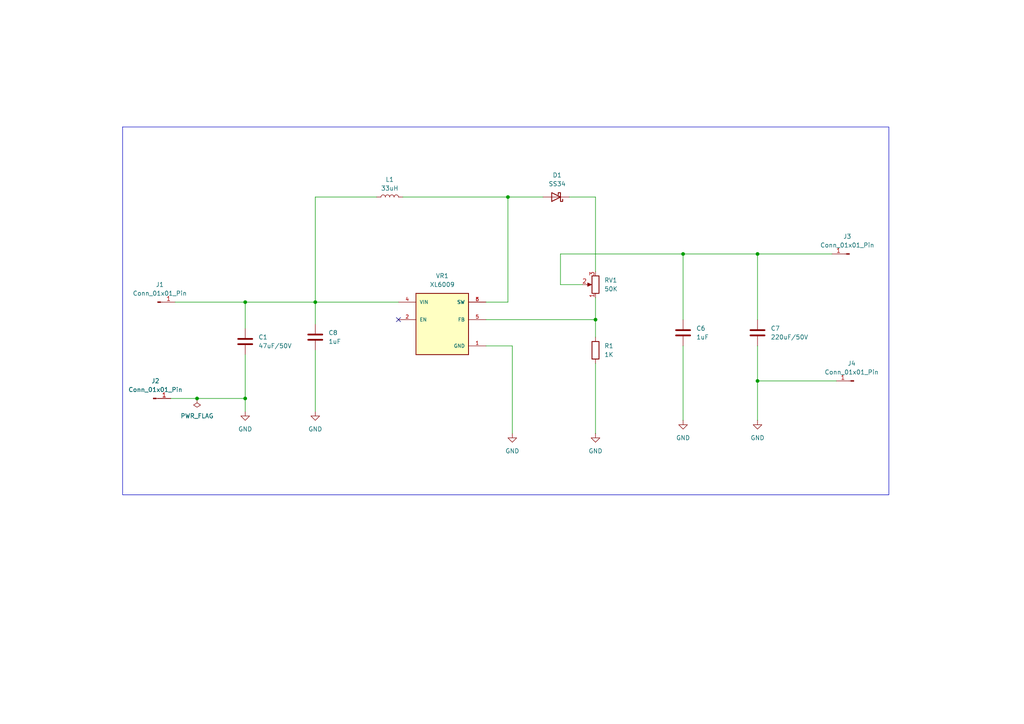
<source format=kicad_sch>
(kicad_sch (version 20231120) (generator "eeschema") (generator_version "8.0")
  (paper "A4")
  (lib_symbols
    (symbol "Connector:Conn_01x01_Pin" (pin_names (offset 1.016) hide)
      (property "Reference" "J" (at 0 2.54 0))
      (property "Value" "Conn_01x01_Pin" (at 0 -2.54 0))
      (symbol "Conn_01x01_Pin_1_1"
        (polyline (pts (xy 1.27 0) (xy 0.8636 0)) (stroke (width 0.1524)))
        (rectangle (start 0.8636 0.127) (end 0 -0.127) (stroke (width 0.1524)) (fill (type outline)))
        (pin passive line (at 5.08 0 180) (length 3.81) (name "Pin_1") (number "1"))
      )
    )
    (symbol "Device:C" (pin_numbers hide) (pin_names (offset 0.254))
      (property "Reference" "C" (at 0.635 2.54 0))
      (property "Value" "C" (at 0.635 -2.54 0))
      (symbol "C_0_1"
        (polyline (pts (xy -2.032 -0.762) (xy 2.032 -0.762)) (stroke (width 0.508)))
        (polyline (pts (xy -2.032 0.762) (xy 2.032 0.762)) (stroke (width 0.508)))
      )
      (symbol "C_1_1"
        (pin passive line (at 0 3.81 270) (length 2.794) (name "~") (number "1"))
        (pin passive line (at 0 -3.81 90) (length 2.794) (name "~") (number "2"))
      )
    )
    (symbol "Device:L" (pin_numbers hide) (pin_names (offset 1.016) hide)
      (property "Reference" "L" (at -1.27 0 90))
      (property "Value" "L" (at 1.905 0 90))
      (symbol "L_0_1"
        (arc (start 0 -2.54) (mid 0.6323 -1.905) (end 0 -1.27))
        (arc (start 0 -1.27) (mid 0.6323 -0.635) (end 0 0))
        (arc (start 0 0) (mid 0.6323 0.635) (end 0 1.27))
        (arc (start 0 1.27) (mid 0.6323 1.905) (end 0 2.54))
      )
      (symbol "L_1_1"
        (pin passive line (at 0 3.81 270) (length 1.27) (name "1") (number "1"))
        (pin passive line (at 0 -3.81 90) (length 1.27) (name "2") (number "2"))
      )
    )
    (symbol "Device:R" (pin_numbers hide) (pin_names (offset 0))
      (property "Reference" "R" (at 2.032 0 90))
      (property "Value" "R" (at 0 0 90))
      (symbol "R_0_1"
        (rectangle (start -1.016 -2.54) (end 1.016 2.54) (stroke (width 0.254)))
      )
      (symbol "R_1_1"
        (pin passive line (at 0 3.81 270) (length 1.27) (name "~") (number "1"))
        (pin passive line (at 0 -3.81 90) (length 1.27) (name "~") (number "2"))
      )
    )
    (symbol "Device:R_Potentiometer" (pin_names (offset 1.016) hide)
      (property "Reference" "RV" (at -4.445 0 90))
      (property "Value" "R_Potentiometer" (at -2.54 0 90))
      (symbol "R_Potentiometer_0_1"
        (polyline (pts (xy 2.54 0) (xy 1.524 0)))
        (polyline (pts (xy 1.143 0) (xy 2.286 0.508) (xy 2.286 -0.508) (xy 1.143 0)) (fill (type outline)))
        (rectangle (start 1.016 2.54) (end -1.016 -2.54) (stroke (width 0.254)))
      )
      (symbol "R_Potentiometer_1_1"
        (pin passive line (at 0 3.81 270) (length 1.27) (name "1") (number "1"))
        (pin passive line (at 3.81 0 180) (length 1.27) (name "2") (number "2"))
        (pin passive line (at 0 -3.81 90) (length 1.27) (name "3") (number "3"))
      )
    )
    (symbol "Diode:SS34" (pin_numbers hide) (pin_names (offset 1.016) hide)
      (property "Reference" "D" (at 0 2.54 0))
      (property "Value" "SS34" (at 0 -2.54 0))
      (symbol "SS34_0_1"
        (polyline (pts (xy 1.27 0) (xy -1.27 0)))
        (polyline (pts (xy 1.27 1.27) (xy 1.27 -1.27) (xy -1.27 0) (xy 1.27 1.27)) (stroke (width 0.254)))
        (polyline (pts (xy -1.905 0.635) (xy -1.905 1.27) (xy -1.27 1.27) (xy -1.27 -1.27) (xy -0.635 -1.27) (xy -0.635 -0.635)) (stroke (width 0.254)))
      )
      (symbol "SS34_1_1"
        (pin passive line (at -3.81 0 0) (length 2.54) (name "K") (number "1"))
        (pin passive line (at 3.81 0 180) (length 2.54) (name "A") (number "2"))
      )
    )
    (symbol "XL6009:XL6009" (pin_names (offset 1.016))
      (property "Reference" "VR" (at -7.62 8.89 0))
      (property "Value" "XL6009" (at -7.62 -11.43 0))
      (symbol "XL6009_0_0"
        (rectangle (start -7.62 -10.16) (end 7.62 7.62) (stroke (width 0.254)) (fill (type background)))
        (pin power_in line (at 12.7 -7.62 180) (length 5.08) (name "GND") (number "1"))
        (pin input line (at -12.7 0 0) (length 5.08) (name "EN") (number "2"))
        (pin output line (at 12.7 5.08 180) (length 5.08) (name "SW") (number "3"))
        (pin input line (at -12.7 5.08 0) (length 5.08) (name "VIN") (number "4"))
        (pin input line (at 12.7 0 180) (length 5.08) (name "FB") (number "5"))
        (pin output line (at 12.7 5.08 180) (length 5.08) (name "SW") (number "6"))
      )
    )
    (symbol "power:GND" (power) (pin_numbers hide) (pin_names (offset 0) hide)
      (property "Value" "GND" (at 0 -3.81 0))
      (symbol "GND_0_1"
        (polyline (pts (xy 0 0) (xy 0 -1.27) (xy 1.27 -1.27) (xy 0 -2.54) (xy -1.27 -1.27) (xy 0 -1.27)))
      )
      (symbol "GND_1_1"
        (pin power_in line (at 0 0 270) (length 0) (name "~") (number "1"))
      )
    )
    (symbol "power:PWR_FLAG" (power) (pin_numbers hide) (pin_names (offset 0) hide)
      (property "Value" "PWR_FLAG" (at 0 3.81 0))
      (symbol "PWR_FLAG_0_0"
        (pin power_out line (at 0 0 90) (length 0) (name "~") (number "1"))
      )
      (symbol "PWR_FLAG_0_1"
        (polyline (pts (xy 0 0) (xy 0 1.27) (xy -1.016 1.905) (xy 0 2.54) (xy 1.016 1.905) (xy 0 1.27)))
      )
    )
  )
  (junction (at 172.72 92.71))
  (junction (at 71.12 115.57))
  (junction (at 147.32 57.15))
  (junction (at 198.12 73.66))
  (junction (at 91.44 87.63))
  (junction (at 71.12 87.63))
  (junction (at 57.15 115.57))
  (junction (at 219.71 73.66))
  (junction (at 219.71 110.49))
  (no_connect (at 115.57 92.71))
  (wire (pts (xy 109.22 57.15) (xy 91.44 57.15)))
  (wire (pts (xy 71.12 87.63) (xy 71.12 95.25)))
  (wire (pts (xy 57.15 115.57) (xy 71.12 115.57)))
  (wire (pts (xy 219.71 110.49) (xy 242.57 110.49)))
  (wire (pts (xy 162.56 82.55) (xy 162.56 73.66)))
  (wire (pts (xy 49.53 115.57) (xy 57.15 115.57)))
  (wire (pts (xy 172.72 57.15) (xy 172.72 78.74)))
  (wire (pts (xy 198.12 100.33) (xy 198.12 121.92)))
  (wire (pts (xy 172.72 86.36) (xy 172.72 92.71)))
  (wire (pts (xy 219.71 73.66) (xy 219.71 92.71)))
  (wire (pts (xy 115.57 87.63) (xy 91.44 87.63)))
  (wire (pts (xy 219.71 100.33) (xy 219.71 110.49)))
  (wire (pts (xy 140.97 92.71) (xy 172.72 92.71)))
  (wire (pts (xy 198.12 73.66) (xy 198.12 92.71)))
  (wire (pts (xy 116.84 57.15) (xy 147.32 57.15)))
  (wire (pts (xy 165.1 57.15) (xy 172.72 57.15)))
  (wire (pts (xy 147.32 57.15) (xy 157.48 57.15)))
  (wire (pts (xy 168.91 82.55) (xy 162.56 82.55)))
  (wire (pts (xy 140.97 87.63) (xy 147.32 87.63)))
  (wire (pts (xy 91.44 87.63) (xy 91.44 93.98)))
  (wire (pts (xy 91.44 57.15) (xy 91.44 87.63)))
  (wire (pts (xy 91.44 101.6) (xy 91.44 119.38)))
  (wire (pts (xy 172.72 92.71) (xy 172.72 97.79)))
  (wire (pts (xy 140.97 100.33) (xy 148.59 100.33)))
  (wire (pts (xy 172.72 105.41) (xy 172.72 125.73)))
  (wire (pts (xy 147.32 87.63) (xy 147.32 57.15)))
  (wire (pts (xy 71.12 87.63) (xy 91.44 87.63)))
  (wire (pts (xy 148.59 100.33) (xy 148.59 125.73)))
  (wire (pts (xy 219.71 110.49) (xy 219.71 121.92)))
  (wire (pts (xy 50.8 87.63) (xy 71.12 87.63)))
  (wire (pts (xy 219.71 73.66) (xy 241.3 73.66)))
  (wire (pts (xy 71.12 115.57) (xy 71.12 119.38)))
  (wire (pts (xy 198.12 73.66) (xy 219.71 73.66)))
  (wire (pts (xy 71.12 102.87) (xy 71.12 115.57)))
  (wire (pts (xy 162.56 73.66) (xy 198.12 73.66)))
  (rectangle (start 35.56 36.83) (end 35.56 36.83))
  (rectangle (start 35.56 36.83) (end 257.81 143.51))
  (symbol (lib_id "Connector:Conn_01x01_Pin") (at 44.45 115.57 0) (unit 1)
    (property "Reference" "J2" (at 45.085 110.49 0))
    (property "Value" "Conn_01x01_Pin" (at 45.085 113.03 0))
    (property "Footprint" "Connector_PinHeader_2.54mm:PinHeader_1x01_P2.54mm_Vertical" (effects (hide yes)))
    (property "Description" "Generic connector, single row, 01x01, script generated" (effects (hide yes)))
  )
  (symbol (lib_id "Device:C") (at 71.12 99.06 0) (unit 1)
    (property "Reference" "C1" (at 74.93 97.7899 0) (effects (justify left)))
    (property "Value" "47uF/50V" (at 74.93 100.3299 0) (effects (justify left)))
    (property "Footprint" "Capacitor_THT:C_Radial_D8.0mm_H7.0mm_P3.50mm" (effects (hide yes)))
    (property "Description" "Unpolarized capacitor" (effects (hide yes)))
  )
  (symbol (lib_id "power:GND") (at 71.12 119.38 0) (unit 1)
    (property "Reference" "#PWR01" (effects (hide yes)))
    (property "Value" "GND" (at 71.12 124.46 0))
    (property "Description" "Power symbol creates a global label with name \"GND\" , ground" (effects (hide yes)))
  )
  (symbol (lib_id "power:GND") (at 148.59 125.73 0) (unit 1)
    (property "Reference" "#PWR03" (effects (hide yes)))
    (property "Value" "GND" (at 148.59 130.81 0))
    (property "Description" "Power symbol creates a global label with name \"GND\" , ground" (effects (hide yes)))
  )
  (symbol (lib_id "power:GND") (at 198.12 121.92 0) (unit 1)
    (property "Reference" "#PWR05" (effects (hide yes)))
    (property "Value" "GND" (at 198.12 127 0))
    (property "Description" "Power symbol creates a global label with name \"GND\" , ground" (effects (hide yes)))
  )
  (symbol (lib_id "Device:C") (at 219.71 96.52 0) (unit 1)
    (property "Reference" "C7" (at 223.52 95.2499 0) (effects (justify left)))
    (property "Value" "220uF/50V" (at 223.52 97.7899 0) (effects (justify left)))
    (property "Footprint" "Capacitor_THT:C_Radial_D8.0mm_H7.0mm_P3.50mm" (effects (hide yes)))
    (property "Description" "Unpolarized capacitor" (effects (hide yes)))
  )
  (symbol (lib_id "Connector:Conn_01x01_Pin") (at 45.72 87.63 0) (unit 1)
    (property "Reference" "J1" (at 46.355 82.55 0))
    (property "Value" "Conn_01x01_Pin" (at 46.355 85.09 0))
    (property "Footprint" "Connector_PinHeader_2.54mm:PinHeader_1x01_P2.54mm_Vertical" (effects (hide yes)))
    (property "Description" "Generic connector, single row, 01x01, script generated" (effects (hide yes)))
  )
  (symbol (lib_id "Connector:Conn_01x01_Pin") (at 246.38 73.66 180) (unit 1)
    (property "Reference" "J3" (at 245.745 68.58 0))
    (property "Value" "Conn_01x01_Pin" (at 245.745 71.12 0))
    (property "Footprint" "Connector_PinHeader_2.54mm:PinHeader_1x01_P2.54mm_Vertical" (effects (hide yes)))
    (property "Description" "Generic connector, single row, 01x01, script generated" (effects (hide yes)))
  )
  (symbol (lib_id "power:GND") (at 91.44 119.38 0) (unit 1)
    (property "Reference" "#PWR02" (effects (hide yes)))
    (property "Value" "GND" (at 91.44 124.46 0))
    (property "Description" "Power symbol creates a global label with name \"GND\" , ground" (effects (hide yes)))
  )
  (symbol (lib_id "power:PWR_FLAG") (at 57.15 115.57 180) (unit 1)
    (property "Reference" "#FLG01" (effects (hide yes)))
    (property "Value" "PWR_FLAG" (at 57.15 120.65 0))
    (property "Description" "Special symbol for telling ERC where power comes from" (effects (hide yes)))
  )
  (symbol (lib_id "XL6009:XL6009") (at 128.27 92.71 0) (unit 1)
    (property "Reference" "VR1" (at 128.27 80.01 0))
    (property "Value" "XL6009" (at 128.27 82.55 0))
    (property "Footprint" "XL6009:DPAK170P1435X465-6N" (effects (hide yes)))
    (property "MF" "XLSEMI" (effects (hide yes)))
    (property "MAXIMUM_PACKAGE_HEIGHT" "4.65mm" (effects (hide yes)))
    (property "Package" "TO-263-5L XLSEMI" (effects (hide yes)))
    (property "Price" "None" (effects (hide yes)))
    (property "Check_prices" "https://www.snapeda.com/parts/XL6009/XLSEMI/view-part/?ref=eda" (effects (hide yes)))
    (property "STANDARD" "IPC-7351B" (effects (hide yes)))
    (property "PARTREV" "1.1" (effects (hide yes)))
    (property "SnapEDA_Link" "https://www.snapeda.com/parts/XL6009/XLSEMI/view-part/?ref=snap" (effects (hide yes)))
    (property "MP" "XL6009" (effects (hide yes)))
    (property "Description_1" "\n                        \n                            The XL6009 regulator is a wide input range, current mode, DC/DC converter which is capable of generating either positive or negative output voltages.\n                        \n" (effects (hide yes)))
    (property "Availability" "Not in stock" (effects (hide yes)))
    (property "MANUFACTURER" "XLSEMI" (effects (hide yes)))
  )
  (symbol (lib_id "Connector:Conn_01x01_Pin") (at 247.65 110.49 180) (unit 1)
    (property "Reference" "J4" (at 247.015 105.41 0))
    (property "Value" "Conn_01x01_Pin" (at 247.015 107.95 0))
    (property "Footprint" "Connector_PinHeader_2.54mm:PinHeader_1x01_P2.54mm_Vertical" (effects (hide yes)))
    (property "Description" "Generic connector, single row, 01x01, script generated" (effects (hide yes)))
  )
  (symbol (lib_id "Diode:SS34") (at 161.29 57.15 180) (unit 1)
    (property "Reference" "D1" (at 161.6075 50.8 0))
    (property "Value" "SS34" (at 161.6075 53.34 0))
    (property "Footprint" "Diode_SMD:D_SMA" (effects (hide yes)))
    (property "Datasheet" "https://www.vishay.com/docs/88751/ss32.pdf" (effects (hide yes)))
    (property "Description" "40V 3A Schottky Diode, SMA" (effects (hide yes)))
  )
  (symbol (lib_id "Device:C") (at 198.12 96.52 0) (unit 1)
    (property "Reference" "C6" (at 201.93 95.2499 0) (effects (justify left)))
    (property "Value" "1uF" (at 201.93 97.7899 0) (effects (justify left)))
    (property "Footprint" "Capacitor_SMD:C_0805_2012Metric" (effects (hide yes)))
    (property "Description" "Unpolarized capacitor" (effects (hide yes)))
  )
  (symbol (lib_id "power:GND") (at 172.72 125.73 0) (unit 1)
    (property "Reference" "#PWR04" (effects (hide yes)))
    (property "Value" "GND" (at 172.72 130.81 0))
    (property "Description" "Power symbol creates a global label with name \"GND\" , ground" (effects (hide yes)))
  )
  (symbol (lib_id "Device:R_Potentiometer") (at 172.72 82.55 180) (unit 1)
    (property "Reference" "RV1" (at 175.26 81.2799 0) (effects (justify right)))
    (property "Value" "50K" (at 175.26 83.8199 0) (effects (justify right)))
    (property "Footprint" "Potentiometer_THT:Potentiometer_Bourns_3296Y_Vertical" (effects (hide yes)))
    (property "Description" "Potentiometer" (effects (hide yes)))
  )
  (symbol (lib_id "Device:L") (at 113.03 57.15 90) (unit 1)
    (property "Reference" "L1" (at 113.03 52.07 90))
    (property "Value" "33uH" (at 113.03 54.61 90))
    (property "Footprint" "Inductor_SMD:L_12x12mm_H8mm" (effects (hide yes)))
    (property "Description" "Inductor" (effects (hide yes)))
  )
  (symbol (lib_id "Device:R") (at 172.72 101.6 0) (unit 1)
    (property "Reference" "R1" (at 175.26 100.3299 0) (effects (justify left)))
    (property "Value" "1K" (at 175.26 102.8699 0) (effects (justify left)))
    (property "Footprint" "Resistor_SMD:R_1206_3216Metric" (effects (hide yes)))
    (property "Description" "Resistor" (effects (hide yes)))
  )
  (symbol (lib_id "power:GND") (at 219.71 121.92 0) (unit 1)
    (property "Reference" "#PWR06" (effects (hide yes)))
    (property "Value" "GND" (at 219.71 127 0))
    (property "Description" "Power symbol creates a global label with name \"GND\" , ground" (effects (hide yes)))
  )
  (symbol (lib_id "Device:C") (at 91.44 97.79 0) (unit 1)
    (property "Reference" "C8" (at 95.25 96.5199 0) (effects (justify left)))
    (property "Value" "1uF" (at 95.25 99.0599 0) (effects (justify left)))
    (property "Footprint" "Capacitor_SMD:C_0805_2012Metric" (effects (hide yes)))
    (property "Description" "Unpolarized capacitor" (effects (hide yes)))
  )
)
</source>
